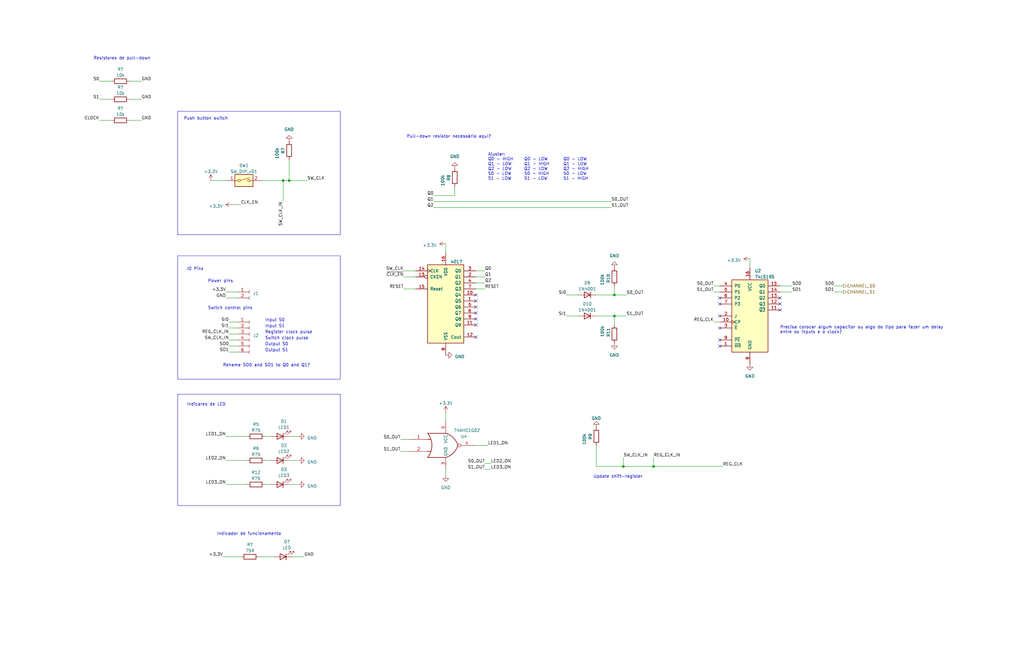
<source format=kicad_sch>
(kicad_sch (version 20230121) (generator eeschema)
  (paper "B")
  (title_block (title "Switch logic") (comment 1 "Switch logic and I/O pins"))
  (lib_symbols
    (symbol "4xxx:4017" (pin_names (offset 1.016))
      (property "Reference" "U" (at -7.62 16.51 0))
      (property "Value" "4017" (at -7.62 -19.05 0))
      (symbol "4017_1_0"
        (pin output line (at 12.7 0 180) (length 5.08) (name "Q5") (number "1"))
        (pin output line (at 12.7 2.54 180) (length 5.08) (name "Q4") (number "10"))
        (pin output line (at 12.7 -10.16 180) (length 5.08) (name "Q9") (number "11"))
        (pin output line (at 12.7 -15.24 180) (length 5.08) (name "Cout") (number "12"))
        (pin input inverted (at -12.7 10.16 0) (length 5.08) (name "CKEN") (number "13"))
        (pin input clock (at -12.7 12.7 0) (length 5.08) (name "CLK") (number "14"))
        (pin input line (at -12.7 5.08 0) (length 5.08) (name "Reset") (number "15"))
        (pin power_in line (at 0 20.32 270) (length 5.08) (name "VDD") (number "16"))
        (pin output line (at 12.7 10.16 180) (length 5.08) (name "Q1") (number "2"))
        (pin output line (at 12.7 12.7 180) (length 5.08) (name "Q0") (number "3"))
        (pin output line (at 12.7 7.62 180) (length 5.08) (name "Q2") (number "4"))
        (pin output line (at 12.7 -2.54 180) (length 5.08) (name "Q6") (number "5"))
        (pin output line (at 12.7 -5.08 180) (length 5.08) (name "Q7") (number "6"))
        (pin output line (at 12.7 5.08 180) (length 5.08) (name "Q3") (number "7"))
        (pin power_in line (at 0 -22.86 90) (length 5.08) (name "VSS") (number "8"))
        (pin output line (at 12.7 -7.62 180) (length 5.08) (name "Q8") (number "9"))
      )
      (symbol "4017_1_1"
        (rectangle (start -7.62 15.24) (end 7.62 -17.78) (stroke (width 0.254)) (fill (type background)))
      )
    )
    (symbol "74xGxx:74AHC1G02"
      (property "Reference" "U" (at -2.54 3.81 0))
      (property "Value" "74AHC1G02" (at 0 -3.81 0))
      (symbol "74AHC1G02_0_1"
        (arc (start -7.62 -5.08) (mid -5.838 0) (end -7.62 5.08) (stroke (width 0.254)))
        (arc (start 0 -5.08) (mid 3.1986 -3.2054) (end 5.08 0) (stroke (width 0.254)))
        (polyline (pts (xy -7.62 -2.54) (xy -6.35 -2.54)) (stroke (width 0.254)) (fill (type background)))
        (polyline (pts (xy -7.62 2.54) (xy -6.35 2.54)) (stroke (width 0.254)) (fill (type background)))
        (polyline (pts (xy 0 -5.08) (xy -7.62 -5.08)) (stroke (width 0.254)) (fill (type background)))
        (polyline (pts (xy 0 5.08) (xy -7.62 5.08)) (stroke (width 0.254)) (fill (type background)))
        (arc (start 5.08 0) (mid 3.2238 3.2304) (end 0 5.08) (stroke (width 0.254)))
      )
      (symbol "74AHC1G02_1_1"
        (pin input line (at -15.24 2.54 0) (length 7.62) (name "~") (number "1"))
        (pin input line (at -15.24 -2.54 0) (length 7.62) (name "~") (number "2"))
        (pin power_in line (at 0 -10.16 90) (length 5.08) (name "GND") (number "3"))
        (pin output inverted (at 12.7 0 180) (length 7.62) (name "~") (number "4"))
        (pin power_in line (at 0 10.16 270) (length 5.08) (name "VCC") (number "5"))
      )
    )
    (symbol "74xx:74LS195" (pin_names (offset 1.016))
      (property "Reference" "U" (at -7.62 16.51 0))
      (property "Value" "74LS195" (at -7.62 -16.51 0))
      (symbol "74LS195_1_0"
        (pin input line (at -12.7 -12.7 0) (length 5.08) (name "~{MR}") (number "1"))
        (pin input clock (at -12.7 -2.54 0) (length 5.08) (name "CP") (number "10"))
        (pin output line (at 12.7 2.54 180) (length 5.08) (name "~{Q3}") (number "11"))
        (pin output line (at 12.7 5.08 180) (length 5.08) (name "Q3") (number "12"))
        (pin output line (at 12.7 7.62 180) (length 5.08) (name "Q2") (number "13"))
        (pin output line (at 12.7 10.16 180) (length 5.08) (name "Q1") (number "14"))
        (pin output line (at 12.7 12.7 180) (length 5.08) (name "Q0") (number "15"))
        (pin power_in line (at 0 20.32 270) (length 5.08) (name "VCC") (number "16"))
        (pin input line (at -12.7 0 0) (length 5.08) (name "J") (number "2"))
        (pin input line (at -12.7 -5.08 0) (length 5.08) (name "~{K}") (number "3"))
        (pin input line (at -12.7 12.7 0) (length 5.08) (name "P0") (number "4"))
        (pin input line (at -12.7 10.16 0) (length 5.08) (name "P1") (number "5"))
        (pin input line (at -12.7 7.62 0) (length 5.08) (name "P2") (number "6"))
        (pin input line (at -12.7 5.08 0) (length 5.08) (name "P3") (number "7"))
        (pin power_in line (at 0 -20.32 90) (length 5.08) (name "GND") (number "8"))
        (pin input line (at -12.7 -10.16 0) (length 5.08) (name "~{PE}") (number "9"))
      )
      (symbol "74LS195_1_1"
        (rectangle (start -7.62 15.24) (end 7.62 -15.24) (stroke (width 0.254)) (fill (type background)))
      )
    )
    (symbol "Connector:Conn_01x02_Socket" (pin_names (offset 1.016) hide)
      (property "Reference" "J" (at 0 2.54 0))
      (property "Value" "Conn_01x02_Socket" (at 0 -5.08 0))
      (symbol "Conn_01x02_Socket_1_1"
        (arc (start 0 -2.032) (mid -0.5058 -2.54) (end 0 -3.048) (stroke (width 0.1524)))
        (polyline (pts (xy -1.27 -2.54) (xy -0.508 -2.54)) (stroke (width 0.1524)))
        (polyline (pts (xy -1.27 0) (xy -0.508 0)) (stroke (width 0.1524)))
        (arc (start 0 0.508) (mid -0.5058 0) (end 0 -0.508) (stroke (width 0.1524)))
        (pin passive line (at -5.08 0 0) (length 3.81) (name "Pin_1") (number "1"))
        (pin passive line (at -5.08 -2.54 0) (length 3.81) (name "Pin_2") (number "2"))
      )
    )
    (symbol "Connector:Conn_01x06_Socket" (pin_names (offset 1.016) hide)
      (property "Reference" "J" (at 0 7.62 0))
      (property "Value" "Conn_01x06_Socket" (at 0 -10.16 0))
      (symbol "Conn_01x06_Socket_1_1"
        (arc (start 0 -7.112) (mid -0.5058 -7.62) (end 0 -8.128) (stroke (width 0.1524)))
        (arc (start 0 -4.572) (mid -0.5058 -5.08) (end 0 -5.588) (stroke (width 0.1524)))
        (arc (start 0 -2.032) (mid -0.5058 -2.54) (end 0 -3.048) (stroke (width 0.1524)))
        (polyline (pts (xy -1.27 -7.62) (xy -0.508 -7.62)) (stroke (width 0.1524)))
        (polyline (pts (xy -1.27 -5.08) (xy -0.508 -5.08)) (stroke (width 0.1524)))
        (polyline (pts (xy -1.27 -2.54) (xy -0.508 -2.54)) (stroke (width 0.1524)))
        (polyline (pts (xy -1.27 0) (xy -0.508 0)) (stroke (width 0.1524)))
        (polyline (pts (xy -1.27 2.54) (xy -0.508 2.54)) (stroke (width 0.1524)))
        (polyline (pts (xy -1.27 5.08) (xy -0.508 5.08)) (stroke (width 0.1524)))
        (arc (start 0 0.508) (mid -0.5058 0) (end 0 -0.508) (stroke (width 0.1524)))
        (arc (start 0 3.048) (mid -0.5058 2.54) (end 0 2.032) (stroke (width 0.1524)))
        (arc (start 0 5.588) (mid -0.5058 5.08) (end 0 4.572) (stroke (width 0.1524)))
        (pin passive line (at -5.08 5.08 0) (length 3.81) (name "Pin_1") (number "1"))
        (pin passive line (at -5.08 2.54 0) (length 3.81) (name "Pin_2") (number "2"))
        (pin passive line (at -5.08 0 0) (length 3.81) (name "Pin_3") (number "3"))
        (pin passive line (at -5.08 -2.54 0) (length 3.81) (name "Pin_4") (number "4"))
        (pin passive line (at -5.08 -5.08 0) (length 3.81) (name "Pin_5") (number "5"))
        (pin passive line (at -5.08 -7.62 0) (length 3.81) (name "Pin_6") (number "6"))
      )
    )
    (symbol "Device:LED" (pin_numbers hide) (pin_names (offset 1.016) hide)
      (property "Reference" "D" (at 0 2.54 0))
      (property "Value" "LED" (at 0 -2.54 0))
      (symbol "LED_0_1"
        (polyline (pts (xy -1.27 -1.27) (xy -1.27 1.27)) (stroke (width 0.254)))
        (polyline (pts (xy -1.27 0) (xy 1.27 0)))
        (polyline (pts (xy 1.27 -1.27) (xy 1.27 1.27) (xy -1.27 0) (xy 1.27 -1.27)) (stroke (width 0.254)))
        (polyline (pts (xy -3.048 -0.762) (xy -4.572 -2.286) (xy -3.81 -2.286) (xy -4.572 -2.286) (xy -4.572 -1.524)))
        (polyline (pts (xy -1.778 -0.762) (xy -3.302 -2.286) (xy -2.54 -2.286) (xy -3.302 -2.286) (xy -3.302 -1.524)))
      )
      (symbol "LED_1_1"
        (pin passive line (at -3.81 0 0) (length 2.54) (name "K") (number "1"))
        (pin passive line (at 3.81 0 180) (length 2.54) (name "A") (number "2"))
      )
    )
    (symbol "Device:R" (pin_numbers hide) (pin_names (offset 0))
      (property "Reference" "R" (at 2.032 0 90))
      (property "Value" "R" (at 0 0 90))
      (symbol "R_0_1"
        (rectangle (start -1.016 -2.54) (end 1.016 2.54) (stroke (width 0.254)))
      )
      (symbol "R_1_1"
        (pin passive line (at 0 3.81 270) (length 1.27) (name "~") (number "1"))
        (pin passive line (at 0 -3.81 90) (length 1.27) (name "~") (number "2"))
      )
    )
    (symbol "Diode:1N4001" (pin_numbers hide) (pin_names hide)
      (property "Reference" "D" (at 0 2.54 0))
      (property "Value" "1N4001" (at 0 -2.54 0))
      (symbol "1N4001_0_1"
        (polyline (pts (xy -1.27 1.27) (xy -1.27 -1.27)) (stroke (width 0.254)))
        (polyline (pts (xy 1.27 0) (xy -1.27 0)))
        (polyline (pts (xy 1.27 1.27) (xy 1.27 -1.27) (xy -1.27 0) (xy 1.27 1.27)) (stroke (width 0.254)))
      )
      (symbol "1N4001_1_1"
        (pin passive line (at -3.81 0 0) (length 2.54) (name "K") (number "1"))
        (pin passive line (at 3.81 0 180) (length 2.54) (name "A") (number "2"))
      )
    )
    (symbol "Switch:SW_DIP_x01" (pin_names (offset 0) hide)
      (property "Reference" "SW" (at 0 3.81 0))
      (property "Value" "SW_DIP_x01" (at 0 -3.81 0))
      (symbol "SW_DIP_x01_0_0"
        (circle (center -2.032 0) (radius 0.508))
        (polyline (pts (xy -1.524 0.127) (xy 2.3622 1.1684)))
        (circle (center 2.032 0) (radius 0.508))
      )
      (symbol "SW_DIP_x01_0_1"
        (rectangle (start -3.81 2.54) (end 3.81 -2.54) (stroke (width 0.254)) (fill (type background)))
      )
      (symbol "SW_DIP_x01_1_1"
        (pin passive line (at -7.62 0 0) (length 5.08) (name "~") (number "1"))
        (pin passive line (at 7.62 0 180) (length 5.08) (name "~") (number "2"))
      )
    )
    (symbol "power:+3.3V" (power) (pin_names (offset 0))
      (property "Value" "+3.3V" (at 0 3.556 0))
      (symbol "+3.3V_0_1"
        (polyline (pts (xy -0.762 1.27) (xy 0 2.54)))
        (polyline (pts (xy 0 0) (xy 0 2.54)))
        (polyline (pts (xy 0 2.54) (xy 0.762 1.27)))
      )
      (symbol "+3.3V_1_1"
        (pin power_in line (at 0 0 90) (length 0) hide (name "+3.3V") (number "1"))
      )
    )
    (symbol "power:GND" (power) (pin_names (offset 0))
      (property "Value" "GND" (at 0 -3.81 0))
      (symbol "GND_0_1"
        (polyline (pts (xy 0 0) (xy 0 -1.27) (xy 1.27 -1.27) (xy 0 -2.54) (xy -1.27 -1.27) (xy 0 -1.27)))
      )
      (symbol "GND_1_1"
        (pin power_in line (at 0 0 270) (length 0) hide (name "GND") (number "1"))
      )
    )
  )
  (junction (at 259.08 133.35))
  (junction (at 275.59 196.85))
  (junction (at 262.89 196.85))
  (junction (at 121.92 76.2))
  (junction (at 119.38 76.2))
  (junction (at 259.08 124.46))
  (no_connect (at 200.66 127))
  (no_connect (at 200.66 129.54))
  (no_connect (at 303.53 138.43))
  (no_connect (at 303.53 125.73))
  (no_connect (at 200.66 124.46))
  (no_connect (at 328.93 125.73))
  (no_connect (at 328.93 130.81))
  (no_connect (at 303.53 143.51))
  (no_connect (at 200.66 134.62))
  (no_connect (at 200.66 142.24))
  (no_connect (at 200.66 137.16))
  (no_connect (at 303.53 128.27))
  (no_connect (at 303.53 133.35))
  (no_connect (at 303.53 146.05))
  (no_connect (at 200.66 132.08))
  (no_connect (at 328.93 128.27))
  (wire (pts (xy 187.96 177.8) (xy 187.96 173.99)))
  (wire (pts (xy 46.99 41.91) (xy 41.91 41.91)))
  (wire (pts (xy 275.59 193.04) (xy 275.59 196.85)))
  (wire (pts (xy 204.47 195.58) (xy 207.01 195.58)))
  (wire (pts (xy 100.33 123.19) (xy 95.25 123.19)))
  (wire (pts (xy 95.25 125.73) (xy 100.33 125.73)))
  (wire (pts (xy 96.52 143.51) (xy 100.33 143.51)))
  (wire (pts (xy 251.46 187.96) (xy 251.46 196.85)))
  (wire (pts (xy 204.47 121.92) (xy 200.66 121.92)))
  (wire (pts (xy 168.91 185.42) (xy 172.72 185.42)))
  (wire (pts (xy 187.96 106.68) (xy 187.96 102.87)))
  (wire (pts (xy 355.6 123.19) (xy 351.79 123.19)))
  (wire (pts (xy 170.18 121.92) (xy 175.26 121.92)))
  (wire (pts (xy 259.08 124.46) (xy 264.16 124.46)))
  (wire (pts (xy 96.52 146.05) (xy 100.33 146.05)))
  (wire (pts (xy 46.99 34.29) (xy 41.91 34.29)))
  (wire (pts (xy 300.99 135.89) (xy 303.53 135.89)))
  (wire (pts (xy 204.47 114.3) (xy 200.66 114.3)))
  (wire (pts (xy 121.92 194.31) (xy 125.73 194.31)))
  (wire (pts (xy 300.99 120.65) (xy 303.53 120.65)))
  (wire (pts (xy 109.22 234.95) (xy 115.57 234.95)))
  (wire (pts (xy 251.46 124.46) (xy 259.08 124.46)))
  (wire (pts (xy 182.88 85.09) (xy 257.81 85.09)))
  (wire (pts (xy 205.74 187.96) (xy 200.66 187.96)))
  (wire (pts (xy 262.89 196.85) (xy 275.59 196.85)))
  (wire (pts (xy 328.93 123.19) (xy 334.01 123.19)))
  (wire (pts (xy 121.92 76.2) (xy 129.54 76.2)))
  (wire (pts (xy 259.08 120.65) (xy 259.08 124.46)))
  (wire (pts (xy 182.88 82.55) (xy 191.77 82.55)))
  (wire (pts (xy 170.18 114.3) (xy 175.26 114.3)))
  (wire (pts (xy 121.92 67.31) (xy 121.92 76.2)))
  (wire (pts (xy 204.47 119.38) (xy 200.66 119.38)))
  (wire (pts (xy 101.6 86.36) (xy 97.79 86.36)))
  (wire (pts (xy 238.76 133.35) (xy 243.84 133.35)))
  (wire (pts (xy 275.59 196.85) (xy 304.8 196.85)))
  (wire (pts (xy 168.91 190.5) (xy 172.72 190.5)))
  (wire (pts (xy 95.25 204.47) (xy 104.14 204.47)))
  (wire (pts (xy 262.89 193.04) (xy 262.89 196.85)))
  (wire (pts (xy 334.01 120.65) (xy 328.93 120.65)))
  (wire (pts (xy 170.18 116.84) (xy 175.26 116.84)))
  (wire (pts (xy 96.52 148.59) (xy 100.33 148.59)))
  (wire (pts (xy 59.69 50.8) (xy 54.61 50.8)))
  (wire (pts (xy 119.38 85.09) (xy 119.38 76.2)))
  (wire (pts (xy 238.76 124.46) (xy 243.84 124.46)))
  (wire (pts (xy 95.25 184.15) (xy 104.14 184.15)))
  (wire (pts (xy 259.08 133.35) (xy 264.16 133.35)))
  (wire (pts (xy 96.52 138.43) (xy 100.33 138.43)))
  (wire (pts (xy 128.27 234.95) (xy 123.19 234.95)))
  (wire (pts (xy 355.6 120.65) (xy 351.79 120.65)))
  (wire (pts (xy 111.76 204.47) (xy 114.3 204.47)))
  (wire (pts (xy 111.76 184.15) (xy 114.3 184.15)))
  (wire (pts (xy 300.99 123.19) (xy 303.53 123.19)))
  (wire (pts (xy 121.92 204.47) (xy 125.73 204.47)))
  (wire (pts (xy 121.92 184.15) (xy 125.73 184.15)))
  (wire (pts (xy 88.9 76.2) (xy 95.25 76.2)))
  (wire (pts (xy 119.38 76.2) (xy 121.92 76.2)))
  (wire (pts (xy 191.77 78.74) (xy 191.77 82.55)))
  (wire (pts (xy 59.69 34.29) (xy 54.61 34.29)))
  (wire (pts (xy 95.25 194.31) (xy 104.14 194.31)))
  (wire (pts (xy 204.47 198.12) (xy 207.01 198.12)))
  (wire (pts (xy 111.76 194.31) (xy 114.3 194.31)))
  (wire (pts (xy 93.98 234.95) (xy 101.6 234.95)))
  (wire (pts (xy 96.52 135.89) (xy 100.33 135.89)))
  (wire (pts (xy 187.96 200.66) (xy 187.96 198.12)))
  (wire (pts (xy 46.99 50.8) (xy 41.91 50.8)))
  (wire (pts (xy 182.88 87.63) (xy 257.81 87.63)))
  (wire (pts (xy 259.08 137.16) (xy 259.08 133.35)))
  (wire (pts (xy 251.46 196.85) (xy 262.89 196.85)))
  (wire (pts (xy 96.52 140.97) (xy 100.33 140.97)))
  (wire (pts (xy 110.49 76.2) (xy 119.38 76.2)))
  (wire (pts (xy 251.46 133.35) (xy 259.08 133.35)))
  (wire (pts (xy 200.66 116.84) (xy 204.47 116.84)))
  (wire (pts (xy 316.23 113.03) (xy 316.23 109.22)))
  (wire (pts (xy 59.69 41.91) (xy 54.61 41.91)))
  (rectangle (start 74.93 166.37) (end 143.51 213.36))
  (rectangle (start 74.93 46.99) (end 143.51 99.06))
  (rectangle (start 74.93 107.95) (end 143.51 160.02))
  (text "Switch clock pulse" (at 111.76 143.51 0) (effects (font (size 1.27 1.27)) (justify left bottom)))
  (text "Input S0" (at 111.76 135.89 0) (effects (font (size 1.27 1.27)) (justify left bottom)))
  (text "Power pins" (at 87.63 119.38 0) (effects (font (size 1.27 1.27)) (justify left bottom)))
  (text "Q0 - LOW\nQ1 - HIGH\nQ2 - LOW\nS0 - HIGH\nS1 - LOW" (at 220.98 76.2 0) (effects (font (size 1.27 1.27)) (justify left bottom)))
  (text "Rename SO0 and SO1 to Q0 and Q1?" (at 93.98 154.94 0) (effects (font (size 1.27 1.27)) (justify left bottom)))
  (text "Output S0" (at 111.76 146.05 0) (effects (font (size 1.27 1.27)) (justify left bottom)))
  (text "Switch control pins" (at 87.63 130.81 0) (effects (font (size 1.27 1.27)) (justify left bottom)))
  (text "Pull-down resistor necessário aqui?" (at 171.45 58.42 0) (effects (font (size 1.27 1.27)) (justify left bottom)))
  (text "Push button switch" (at 77.47 50.8 0) (effects (font (size 1.27 1.27)) (justify left bottom)))
  (text "IO Pins" (at 78.74 114.3 0) (effects (font (size 1.27 1.27)) (justify left bottom)))
  (text "Output S1" (at 111.76 148.59 0) (effects (font (size 1.27 1.27)) (justify left bottom)))
  (text "Update shift-register" (at 250.19 201.93 0) (effects (font (size 1.27 1.27)) (justify left bottom)))
  (text "Resistores de pull-down" (at 39.37 25.4 0) (effects (font (size 1.27 1.27)) (justify left bottom)))
  (text "Q0 - LOW\nQ1 - LOW\nQ2 - HIGH\nS0 - LOW\nS1 - HIGH" (at 237.49 76.2 0) (effects (font (size 1.27 1.27)) (justify left bottom)))
  (text "Precisa colocar algum capacitor ou algo do tipo para fazer um delay\nentre os inputs e o clock?" (at 328.93 140.97 0) (effects (font (size 1.27 1.27)) (justify left bottom)))
  (text "Register clock pulse" (at 111.76 140.97 0) (effects (font (size 1.27 1.27)) (justify left bottom)))
  (text "Ajustar:\nQ0 - HIGH\nQ1 - LOW\nQ2 - LOW\nS0 - LOW\nS1 - LOW" (at 205.74 76.2 0) (effects (font (size 1.27 1.27)) (justify left bottom)))
  (text "Input S1" (at 111.76 138.43 0) (effects (font (size 1.27 1.27)) (justify left bottom)))
  (text "Indicares de LED" (at 78.74 171.45 0) (effects (font (size 1.27 1.27)) (justify left bottom)))
  (text "Indicador de funcionamento" (at 91.44 226.06 0) (effects (font (size 1.27 1.27)) (justify left bottom)))
  (label "LED2_ON" (at 207.01 195.58 0))
  (label "S1" (at 41.91 41.91 180))
  (label "S1_OUT" (at 264.16 133.35 0))
  (label "Q2" (at 204.47 119.38 0))
  (label "RESET" (at 170.18 121.92 180))
  (label "GND" (at 95.25 125.73 180))
  (label "SO1" (at 334.01 123.19 0))
  (label "REG_CLK" (at 304.8 196.85 0))
  (label "GND" (at 59.69 50.8 0))
  (label "SO0" (at 96.52 146.05 180))
  (label "S1_OUT" (at 257.81 87.63 0))
  (label "LED2_ON" (at 95.25 194.31 180))
  (label "REG_CLK_IN" (at 96.52 140.97 180))
  (label "+3.3V" (at 95.25 123.19 180))
  (label "SW_CLK_IN" (at 262.89 193.04 0))
  (label "SW_CLK_IN" (at 119.38 85.09 270))
  (label "SI0" (at 96.52 135.89 180))
  (label "S0_OUT" (at 257.81 85.09 0))
  (label "SO0" (at 351.79 120.65 180))
  (label "GND" (at 59.69 41.91 0))
  (label "SI1" (at 238.76 133.35 180))
  (label "REG_CLK" (at 300.99 135.89 180))
  (label "LED3_ON" (at 207.01 198.12 0))
  (label "GND" (at 128.27 234.95 0))
  (label "REG_CLK_IN" (at 275.59 193.04 0))
  (label "S1_OUT" (at 168.91 190.5 180))
  (label "LED3_ON" (at 95.25 204.47 180))
  (label "Q1" (at 182.88 85.09 180))
  (label "RESET" (at 204.47 121.92 0))
  (label "SI1" (at 96.52 138.43 180))
  (label "LED1_ON" (at 95.25 184.15 180))
  (label "SI0" (at 238.76 124.46 180))
  (label "GND" (at 59.69 34.29 0))
  (label "Q1" (at 204.47 116.84 0))
  (label "SO1" (at 96.52 148.59 180))
  (label "Q0" (at 204.47 114.3 0))
  (label "SW_CLK_IN" (at 96.52 143.51 180))
  (label "S0_OUT" (at 300.99 120.65 180))
  (label "S1_OUT" (at 204.47 198.12 180))
  (label "SW_CLK" (at 170.18 114.3 180))
  (label "SO0" (at 334.01 120.65 0))
  (label "+3.3V" (at 93.98 234.95 180))
  (label "SW_CLK" (at 129.54 76.2 0))
  (label "S0_OUT" (at 168.91 185.42 180))
  (label "SO1" (at 351.79 123.19 180))
  (label "Q2" (at 182.88 87.63 180))
  (label "Q0" (at 182.88 82.55 180))
  (label "S0_OUT" (at 204.47 195.58 180))
  (label "CLK_EN" (at 101.6 86.36 0))
  (label "S0_OUT" (at 264.16 124.46 0))
  (label "S1_OUT" (at 300.99 123.19 180))
  (label "S0" (at 41.91 34.29 180))
  (label "LED1_ON" (at 205.74 187.96 0))
  (label "~{CLK_EN}" (at 170.18 116.84 180))
  (label "CLOCK" (at 41.91 50.8 180))
  (hierarchical_label "CHANNEL_S1" (shape output) (at 355.6 123.19 0))
  (hierarchical_label "CHANNEL_S0" (shape output) (at 355.6 120.65 0))
  (symbol (lib_id "Device:R") (at 251.46 184.15 180) (unit 1)
    (property "Reference" "R9" (at 248.92 182.88 90) (effects (justify left)))
    (property "Value" "100k" (at 246.38 182.88 90) (effects (justify left)))
  )
  (symbol (lib_id "Switch:SW_DIP_x01") (at 102.87 76.2 0) (unit 1)
    (property "Reference" "SW1" (at 102.87 69.85 0))
    (property "Value" "SW_DIP_x01" (at 102.87 72.39 0))
    (property "Footprint" "Button_Switch_THT:SW_PUSH_6mm" (effects hide))
  )
  (symbol (lib_id "power:GND") (at 125.73 204.47 90) (unit 1)
    (property "Reference" "#PWR011" (effects hide))
    (property "Value" "GND" (at 129.54 205.105 90) (effects (justify right)))
  )
  (symbol (lib_id "Device:R") (at 259.08 116.84 180) (unit 1)
    (property "Reference" "R10" (at 256.54 115.57 90) (effects (justify left)))
    (property "Value" "100k" (at 254 115.57 90) (effects (justify left)))
  )
  (symbol (lib_id "power:GND") (at 121.92 59.69 180) (unit 1)
    (property "Reference" "#PWR08" (effects hide))
    (property "Value" "GND" (at 121.92 54.61 0))
  )
  (symbol (lib_id "power:+3.3V") (at 88.9 76.2 0) (unit 1)
    (property "Reference" "#PWR06" (effects hide))
    (property "Value" "+3.3V" (at 88.9 72.39 0))
  )
  (symbol (lib_id "Device:LED") (at 118.11 184.15 180) (unit 1)
    (property "Reference" "D1" (at 119.6975 177.8 0))
    (property "Value" "LED1" (at 119.6975 180.34 0))
    (property "Footprint" "LED_SMD:LED_0805_2012Metric_Pad1.15x1.40mm_HandSolder" (effects hide))
    (instances (project "Controller Module" (path "" (reference "D1") (unit 1))) (project "KVM Project" (path "" (reference "D201") (unit 1)) (path "" (reference "D301") (unit 1)) (path "" (reference "D401") (unit 1)) (path "" (reference "D6") (unit 1))))
  )
  (symbol (lib_id "Device:LED") (at 118.11 204.47 180) (unit 1)
    (property "Reference" "D3" (at 119.6975 198.12 0))
    (property "Value" "LED3" (at 119.6975 200.66 0))
    (property "Footprint" "LED_SMD:LED_0805_2012Metric_Pad1.15x1.40mm_HandSolder" (effects hide))
    (instances (project "Controller Module" (path "" (reference "D3") (unit 1))) (project "KVM Project" (path "" (reference "D201") (unit 1)) (path "" (reference "D301") (unit 1)) (path "" (reference "D401") (unit 1)) (path "" (reference "D8") (unit 1))))
  )
  (symbol (lib_id "Device:R") (at 121.92 63.5 180) (unit 1)
    (property "Reference" "R7" (at 119.38 62.23 90) (effects (justify left)))
    (property "Value" "100k" (at 116.84 62.23 90) (effects (justify left)))
  )
  (symbol (lib_id "power:GND") (at 125.73 184.15 90) (unit 1)
    (property "Reference" "#PWR09" (effects hide))
    (property "Value" "GND" (at 129.54 184.785 90) (effects (justify right)))
  )
  (symbol (lib_id "Diode:1N4001") (at 247.65 124.46 180) (unit 1)
    (property "Reference" "D9" (at 247.65 119.38 0))
    (property "Value" "1N4001" (at 247.65 121.92 0))
    (property "Footprint" "Diode_THT:D_DO-41_SOD81_P10.16mm_Horizontal" (effects hide))
    (property "Datasheet" "http://www.vishay.com/docs/88503/1n4001.pdf" (effects hide))
    (property "Sim.Device" "D" (effects hide))
    (property "Sim.Pins" "1=K 2=A" (effects hide))
  )
  (symbol (lib_id "Device:R") (at 107.95 184.15 90) (unit 1)
    (property "Reference" "R5" (at 107.95 179.07 90))
    (property "Value" "R75" (at 107.95 181.61 90))
    (property "Footprint" "Resistor_SMD:R_0805_2012Metric" (effects hide))
    (instances (project "Controller Module" (path "" (reference "R5") (unit 1))) (project "KVM Project" (path "" (reference "R201") (unit 1)) (path "" (reference "R301") (unit 1)) (path "" (reference "R401") (unit 1)) (path "" (reference "R4") (unit 1))))
  )
  (symbol (lib_id "Device:R") (at 259.08 140.97 0) (mirror y) (unit 1)
    (property "Reference" "R11" (at 256.54 142.24 90) (effects (justify left)))
    (property "Value" "100k" (at 254 142.24 90) (effects (justify left)))
  )
  (symbol (lib_id "Device:LED") (at 119.38 234.95 180) (unit 1)
    (property "Reference" "D?" (at 120.9675 228.6 0))
    (property "Value" "LED" (at 120.9675 231.14 0))
    (property "Footprint" "LED_SMD:LED_0805_2012Metric" (effects hide))
    (instances (project "Controller Module" (path "" (reference "D?") (unit 1)) (path "" (reference "D4") (unit 1))) (project "KVM Project" (path "" (reference "D?") (unit 1))) (project "USB Switch" (path "" (reference "D1") (unit 1))))
  )
  (symbol (lib_id "power:GND") (at 187.96 200.66 0) (mirror y) (unit 1)
    (property "Reference" "#PWR015" (effects hide))
    (property "Value" "GND" (at 187.96 205.74 0))
  )
  (symbol (lib_id "power:+3.3V") (at 187.96 102.87 90) (unit 1)
    (property "Reference" "#PWR012" (effects hide))
    (property "Value" "+3.3V" (at 184.15 103.505 90) (effects (justify left)))
  )
  (symbol (lib_id "power:GND") (at 191.77 71.12 180) (unit 1)
    (property "Reference" "#PWR016" (effects hide))
    (property "Value" "GND" (at 191.77 66.04 0))
  )
  (symbol (lib_id "power:GND") (at 187.96 149.86 90) (unit 1)
    (property "Reference" "#PWR013" (effects hide))
    (property "Value" "GND" (at 191.77 150.495 90) (effects (justify right)))
  )
  (symbol (lib_id "Device:LED") (at 118.11 194.31 180) (unit 1)
    (property "Reference" "D2" (at 119.6975 187.96 0))
    (property "Value" "LED2" (at 119.6975 190.5 0))
    (property "Footprint" "LED_SMD:LED_0805_2012Metric_Pad1.15x1.40mm_HandSolder" (effects hide))
    (instances (project "Controller Module" (path "" (reference "D2") (unit 1))) (project "KVM Project" (path "" (reference "D201") (unit 1)) (path "" (reference "D301") (unit 1)) (path "" (reference "D401") (unit 1)) (path "" (reference "D7") (unit 1))))
  )
  (symbol (lib_id "Device:R") (at 50.8 41.91 90) (unit 1)
    (property "Reference" "R?" (at 50.8 36.83 90))
    (property "Value" "10k" (at 50.8 39.37 90))
    (property "Footprint" "Resistor_SMD:R_0805_2012Metric" (effects hide))
    (instances (project "Controller Module" (path "" (reference "R?") (unit 1)) (path "" (reference "R2") (unit 1))) (project "KVM Project" (path "" (reference "R?") (unit 1))) (project "USB Switch" (path "" (reference "R3") (unit 1))))
  )
  (symbol (lib_id "74xGxx:74AHC1G02") (at 187.96 187.96 0) (unit 1)
    (property "Reference" "U4" (at 195.58 184.15 0))
    (property "Value" "74AHC1G02" (at 196.85 181.61 0))
    (property "Datasheet" "http://www.ti.com/lit/sg/scyt129e/scyt129e.pdf" (effects hide))
  )
  (symbol (lib_id "Device:R") (at 50.8 50.8 90) (unit 1)
    (property "Reference" "R?" (at 50.8 45.72 90))
    (property "Value" "10k" (at 50.8 48.26 90))
    (property "Footprint" "Resistor_SMD:R_0805_2012Metric" (effects hide))
    (instances (project "Controller Module" (path "" (reference "R?") (unit 1)) (path "" (reference "R3") (unit 1))) (project "KVM Project" (path "" (reference "R?") (unit 1))) (project "USB Switch" (path "" (reference "R4") (unit 1))))
  )
  (symbol (lib_id "power:GND") (at 316.23 153.67 0) (unit 1)
    (property "Reference" "#PWR021" (effects hide))
    (property "Value" "GND" (at 316.23 158.75 0))
  )
  (symbol (lib_id "power:GND") (at 125.73 194.31 90) (unit 1)
    (property "Reference" "#PWR010" (effects hide))
    (property "Value" "GND" (at 129.54 194.945 90) (effects (justify right)))
  )
  (symbol (lib_id "Device:R") (at 50.8 34.29 90) (unit 1)
    (property "Reference" "R?" (at 50.8 29.21 90))
    (property "Value" "10k" (at 50.8 31.75 90))
    (property "Footprint" "Resistor_SMD:R_0805_2012Metric" (effects hide))
    (instances (project "Controller Module" (path "" (reference "R?") (unit 1)) (path "" (reference "R1") (unit 1))) (project "KVM Project" (path "" (reference "R?") (unit 1))) (project "USB Switch" (path "" (reference "R2") (unit 1))))
  )
  (symbol (lib_id "power:+3.3V") (at 316.23 109.22 90) (unit 1)
    (property "Reference" "#PWR020" (effects hide))
    (property "Value" "+3.3V" (at 312.42 109.855 90) (effects (justify left)))
  )
  (symbol (lib_id "4xxx:4017") (at 187.96 127 0) (unit 1)
    (property "Reference" "U1" (effects hide))
    (property "Value" "4017" (at 189.9159 110.49 0) (effects (justify left)))
    (property "Footprint" "Package_DIP:DIP-16_W7.62mm" (effects hide))
    (property "Datasheet" "http://www.intersil.com/content/dam/Intersil/documents/cd40/cd4017bms-22bms.pdf" (effects hide))
    (instances (project "Controller Module" (path "" (reference "U1") (unit 1))) (project "KVM Project" (path "" (reference "U1") (unit 1)) (path "" (reference "U3") (unit 1))))
  )
  (symbol (lib_id "Diode:1N4001") (at 247.65 133.35 180) (unit 1)
    (property "Reference" "D10" (at 247.65 128.27 0))
    (property "Value" "1N4001" (at 247.65 130.81 0))
    (property "Footprint" "Diode_THT:D_DO-41_SOD81_P10.16mm_Horizontal" (effects hide))
    (property "Datasheet" "http://www.vishay.com/docs/88503/1n4001.pdf" (effects hide))
    (property "Sim.Device" "D" (effects hide))
    (property "Sim.Pins" "1=K 2=A" (effects hide))
  )
  (symbol (lib_id "power:GND") (at 259.08 113.03 180) (unit 1)
    (property "Reference" "#PWR018" (effects hide))
    (property "Value" "GND" (at 259.08 107.95 0))
  )
  (symbol (lib_id "power:GND") (at 251.46 180.34 180) (unit 1)
    (property "Reference" "#PWR017" (effects hide))
    (property "Value" "GND" (at 251.46 176.53 0))
  )
  (symbol (lib_id "Device:R") (at 107.95 204.47 90) (unit 1)
    (property "Reference" "R12" (at 107.95 199.39 90))
    (property "Value" "R75" (at 107.95 201.93 90))
    (property "Footprint" "Resistor_SMD:R_0805_2012Metric" (effects hide))
    (instances (project "Controller Module" (path "" (reference "R12") (unit 1))) (project "KVM Project" (path "" (reference "R201") (unit 1)) (path "" (reference "R301") (unit 1)) (path "" (reference "R401") (unit 1)) (path "" (reference "R6") (unit 1))))
  )
  (symbol (lib_id "power:+3.3V") (at 187.96 173.99 0) (unit 1)
    (property "Reference" "#PWR014" (effects hide))
    (property "Value" "+3.3V" (at 187.96 170.18 0))
  )
  (symbol (lib_id "Connector:Conn_01x02_Socket") (at 105.41 123.19 0) (unit 1)
    (property "Reference" "J1" (at 106.68 123.825 0) (effects (justify left)))
    (property "Value" "Conn_01x02_Socket" (effects hide))
    (property "Footprint" "Connector_Wire:SolderWire-0.25sqmm_1x02_P4.5mm_D0.65mm_OD2mm" (effects hide))
  )
  (symbol (lib_id "74xx:74LS195") (at 316.23 133.35 0) (unit 1)
    (property "Reference" "U2" (at 318.1859 114.3 0) (effects (justify left)))
    (property "Value" "74LS195" (at 318.1859 116.84 0) (effects (justify left)))
    (property "Footprint" "Package_DIP:DIP-16_W7.62mm" (effects hide))
    (property "Datasheet" "http://www.ti.com/lit/gpn/sn74LS195" (effects hide))
    (instances (project "Controller Module" (path "" (reference "U2") (unit 1))) (project "KVM Project" (path "" (reference "U5") (unit 1))))
  )
  (symbol (lib_id "power:GND") (at 259.08 144.78 0) (mirror y) (unit 1)
    (property "Reference" "#PWR019" (effects hide))
    (property "Value" "GND" (at 259.08 149.86 0))
  )
  (symbol (lib_id "Connector:Conn_01x06_Socket") (at 105.41 140.97 0) (unit 1)
    (property "Reference" "J2" (at 106.68 141.605 0) (effects (justify left)))
    (property "Value" "Conn_01x06_Socket" (effects hide))
    (property "Footprint" "Connector_Wire:SolderWire-0.25sqmm_1x06_P4.5mm_D0.65mm_OD2mm" (effects hide))
  )
  (symbol (lib_id "Device:R") (at 105.41 234.95 90) (unit 1)
    (property "Reference" "R?" (at 105.41 229.87 90))
    (property "Value" "75R" (at 105.41 232.41 90))
    (property "Footprint" "Resistor_SMD:R_0805_2012Metric" (effects hide))
    (instances (project "Controller Module" (path "" (reference "R?") (unit 1)) (path "" (reference "R4") (unit 1))) (project "KVM Project" (path "" (reference "R?") (unit 1))) (project "USB Switch" (path "" (reference "R1") (unit 1))))
  )
  (symbol (lib_id "Device:R") (at 107.95 194.31 90) (unit 1)
    (property "Reference" "R6" (at 107.95 189.23 90))
    (property "Value" "R75" (at 107.95 191.77 90))
    (property "Footprint" "Resistor_SMD:R_0805_2012Metric" (effects hide))
    (instances (project "Controller Module" (path "" (reference "R6") (unit 1))) (project "KVM Project" (path "" (reference "R201") (unit 1)) (path "" (reference "R301") (unit 1)) (path "" (reference "R401") (unit 1)) (path "" (reference "R5") (unit 1))))
  )
  (symbol (lib_id "Device:R") (at 191.77 74.93 180) (unit 1)
    (property "Reference" "R8" (at 189.23 73.66 90) (effects (justify left)))
    (property "Value" "100k" (at 186.69 73.66 90) (effects (justify left)))
  )
  (symbol (lib_id "power:+3.3V") (at 97.79 86.36 90) (unit 1)
    (property "Reference" "#PWR07" (effects hide))
    (property "Value" "+3.3V" (at 93.98 86.995 90) (effects (justify left)))
  )
)
</source>
